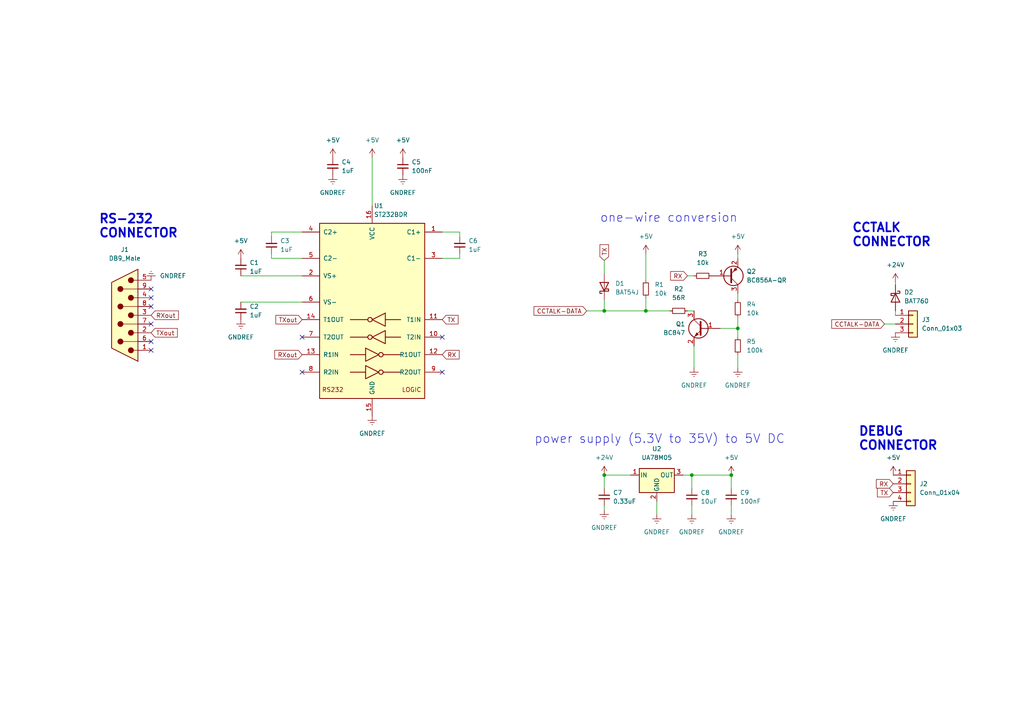
<source format=kicad_sch>
(kicad_sch (version 20211123) (generator eeschema)
  (paper "A4")
  (title_block (title "RS232-to-CCtalk-converter") (date "2025-02-01") (rev "v0.1"))
  (lib_symbols
    (symbol "Connector:DB9_Male" (pin_names (offset 1.016) hide)
      (property "Reference" "J" (at 0 13.97 0))
      (property "Value" "DB9_Male" (at 0 -14.605 0))
      (symbol "DB9_Male_0_1"
        (circle (center -1.778 -10.16) (radius 0.762) (fill (type outline)))
        (circle (center -1.778 -5.08) (radius 0.762) (fill (type outline)))
        (circle (center -1.778 0) (radius 0.762) (fill (type outline)))
        (circle (center -1.778 5.08) (radius 0.762) (fill (type outline)))
        (circle (center -1.778 10.16) (radius 0.762) (fill (type outline)))
        (polyline (pts (xy -3.81 -10.16) (xy -2.54 -10.16)))
        (polyline (pts (xy -3.81 -7.62) (xy 0.508 -7.62)))
        (polyline (pts (xy -3.81 -5.08) (xy -2.54 -5.08)))
        (polyline (pts (xy -3.81 -2.54) (xy 0.508 -2.54)))
        (polyline (pts (xy -3.81 0) (xy -2.54 0)))
        (polyline (pts (xy -3.81 2.54) (xy 0.508 2.54)))
        (polyline (pts (xy -3.81 5.08) (xy -2.54 5.08)))
        (polyline (pts (xy -3.81 7.62) (xy 0.508 7.62)))
        (polyline (pts (xy -3.81 10.16) (xy -2.54 10.16)))
        (polyline (pts (xy -3.81 -13.335) (xy -3.81 13.335) (xy 3.81 9.525) (xy 3.81 -9.525) (xy -3.81 -13.335)) (stroke (width 0.254)) (fill (type background)))
        (circle (center 1.27 -7.62) (radius 0.762) (fill (type outline)))
        (circle (center 1.27 -2.54) (radius 0.762) (fill (type outline)))
        (circle (center 1.27 2.54) (radius 0.762) (fill (type outline)))
        (circle (center 1.27 7.62) (radius 0.762) (fill (type outline)))
      )
      (symbol "DB9_Male_1_1"
        (pin passive line (at -7.62 -10.16 0) (length 3.81) (name "1") (number "1"))
        (pin passive line (at -7.62 -5.08 0) (length 3.81) (name "2") (number "2"))
        (pin passive line (at -7.62 0 0) (length 3.81) (name "3") (number "3"))
        (pin passive line (at -7.62 5.08 0) (length 3.81) (name "4") (number "4"))
        (pin passive line (at -7.62 10.16 0) (length 3.81) (name "5") (number "5"))
        (pin passive line (at -7.62 -7.62 0) (length 3.81) (name "6") (number "6"))
        (pin passive line (at -7.62 -2.54 0) (length 3.81) (name "7") (number "7"))
        (pin passive line (at -7.62 2.54 0) (length 3.81) (name "8") (number "8"))
        (pin passive line (at -7.62 7.62 0) (length 3.81) (name "9") (number "9"))
      )
    )
    (symbol "Connector_Generic:Conn_01x03" (pin_names (offset 1.016) hide)
      (property "Reference" "J" (at 0 5.08 0))
      (property "Value" "Conn_01x03" (at 0 -5.08 0))
      (symbol "Conn_01x03_1_1"
        (rectangle (start -1.27 -2.413) (end 0 -2.667) (stroke (width 0.1524)))
        (rectangle (start -1.27 0.127) (end 0 -0.127) (stroke (width 0.1524)))
        (rectangle (start -1.27 2.667) (end 0 2.413) (stroke (width 0.1524)))
        (rectangle (start -1.27 3.81) (end 1.27 -3.81) (stroke (width 0.254)) (fill (type background)))
        (pin passive line (at -5.08 2.54 0) (length 3.81) (name "Pin_1") (number "1"))
        (pin passive line (at -5.08 0 0) (length 3.81) (name "Pin_2") (number "2"))
        (pin passive line (at -5.08 -2.54 0) (length 3.81) (name "Pin_3") (number "3"))
      )
    )
    (symbol "Connector_Generic:Conn_01x04" (pin_names (offset 1.016) hide)
      (property "Reference" "J" (at 0 5.08 0))
      (property "Value" "Conn_01x04" (at 0 -7.62 0))
      (symbol "Conn_01x04_1_1"
        (rectangle (start -1.27 -4.953) (end 0 -5.207) (stroke (width 0.1524)))
        (rectangle (start -1.27 -2.413) (end 0 -2.667) (stroke (width 0.1524)))
        (rectangle (start -1.27 0.127) (end 0 -0.127) (stroke (width 0.1524)))
        (rectangle (start -1.27 2.667) (end 0 2.413) (stroke (width 0.1524)))
        (rectangle (start -1.27 3.81) (end 1.27 -6.35) (stroke (width 0.254)) (fill (type background)))
        (pin passive line (at -5.08 2.54 0) (length 3.81) (name "Pin_1") (number "1"))
        (pin passive line (at -5.08 0 0) (length 3.81) (name "Pin_2") (number "2"))
        (pin passive line (at -5.08 -2.54 0) (length 3.81) (name "Pin_3") (number "3"))
        (pin passive line (at -5.08 -5.08 0) (length 3.81) (name "Pin_4") (number "4"))
      )
    )
    (symbol "Device:C_Small" (pin_numbers hide) (pin_names (offset 0.254) hide)
      (property "Reference" "C" (at 0.254 1.778 0))
      (property "Value" "C_Small" (at 0.254 -2.032 0))
      (symbol "C_Small_0_1"
        (polyline (pts (xy -1.524 -0.508) (xy 1.524 -0.508)) (stroke (width 0.3302)))
        (polyline (pts (xy -1.524 0.508) (xy 1.524 0.508)) (stroke (width 0.3048)))
      )
      (symbol "C_Small_1_1"
        (pin passive line (at 0 2.54 270) (length 2.032) (name "~") (number "1"))
        (pin passive line (at 0 -2.54 90) (length 2.032) (name "~") (number "2"))
      )
    )
    (symbol "Device:R_Small" (pin_numbers hide) (pin_names (offset 0.254) hide)
      (property "Reference" "R" (at 0.762 0.508 0))
      (property "Value" "R_Small" (at 0.762 -1.016 0))
      (symbol "R_Small_0_1"
        (rectangle (start -0.762 1.778) (end 0.762 -1.778) (stroke (width 0.2032)))
      )
      (symbol "R_Small_1_1"
        (pin passive line (at 0 2.54 270) (length 0.762) (name "~") (number "1"))
        (pin passive line (at 0 -2.54 90) (length 0.762) (name "~") (number "2"))
      )
    )
    (symbol "Diode:BAT54J" (pin_numbers hide) (pin_names hide)
      (property "Reference" "D" (at 0 2.54 0))
      (property "Value" "BAT54J" (at 0 -2.54 0))
      (symbol "BAT54J_0_1"
        (polyline (pts (xy 1.27 0) (xy -1.27 0)))
        (polyline (pts (xy 1.27 1.27) (xy 1.27 -1.27) (xy -1.27 0) (xy 1.27 1.27)) (stroke (width 0.254)))
        (polyline (pts (xy -1.905 0.635) (xy -1.905 1.27) (xy -1.27 1.27) (xy -1.27 -1.27) (xy -0.635 -1.27) (xy -0.635 -0.635)) (stroke (width 0.254)))
      )
      (symbol "BAT54J_1_1"
        (pin passive line (at -3.81 0 0) (length 2.54) (name "K") (number "1"))
        (pin passive line (at 3.81 0 180) (length 2.54) (name "A") (number "2"))
      )
    )
    (symbol "Interface_UART:MAX232I" (pin_names (offset 1.016))
      (property "Reference" "U" (at -2.54 28.575 0))
      (property "Value" "MAX232I" (at -2.54 26.67 0))
      (symbol "MAX232I_0_0"
        (text "LOGIC" (at -11.43 -22.86 0) (effects (font (size 1.27 1.27))))
        (text "RS232" (at 11.43 -22.86 0) (effects (font (size 1.27 1.27))))
      )
      (symbol "MAX232I_0_1"
        (rectangle (start -15.24 -25.4) (end 15.24 25.4) (stroke (width 0.254)) (fill (type background)))
        (circle (center -2.54 -17.78) (radius 0.635) (stroke (width 0.254)))
        (circle (center -2.54 -12.7) (radius 0.635) (stroke (width 0.254)))
        (polyline (pts (xy -3.81 -7.62) (xy -8.255 -7.62)) (stroke (width 0.254)))
        (polyline (pts (xy -3.81 -2.54) (xy -8.255 -2.54)) (stroke (width 0.254)))
        (polyline (pts (xy -3.175 -17.78) (xy -8.255 -17.78)) (stroke (width 0.254)))
        (polyline (pts (xy -3.175 -12.7) (xy -8.255 -12.7)) (stroke (width 0.254)))
        (polyline (pts (xy 1.27 -7.62) (xy 6.35 -7.62)) (stroke (width 0.254)))
        (polyline (pts (xy 1.27 -2.54) (xy 6.35 -2.54)) (stroke (width 0.254)))
        (polyline (pts (xy 1.905 -17.78) (xy 6.35 -17.78)) (stroke (width 0.254)))
        (polyline (pts (xy 1.905 -12.7) (xy 6.35 -12.7)) (stroke (width 0.254)))
        (polyline (pts (xy -3.81 -5.715) (xy -3.81 -9.525) (xy 0 -7.62) (xy -3.81 -5.715)) (stroke (width 0.254)))
        (polyline (pts (xy -3.81 -0.635) (xy -3.81 -4.445) (xy 0 -2.54) (xy -3.81 -0.635)) (stroke (width 0.254)))
        (polyline (pts (xy 1.905 -15.875) (xy 1.905 -19.685) (xy -1.905 -17.78) (xy 1.905 -15.875)) (stroke (width 0.254)))
        (polyline (pts (xy 1.905 -10.795) (xy 1.905 -14.605) (xy -1.905 -12.7) (xy 1.905 -10.795)) (stroke (width 0.254)))
        (circle (center 0.635 -7.62) (radius 0.635) (stroke (width 0.254)))
        (circle (center 0.635 -2.54) (radius 0.635) (stroke (width 0.254)))
      )
      (symbol "MAX232I_1_1"
        (pin passive line (at -20.32 22.86 0) (length 5.08) (name "C1+") (number "1"))
        (pin input line (at -20.32 -7.62 0) (length 5.08) (name "T2IN") (number "10"))
        (pin input line (at -20.32 -2.54 0) (length 5.08) (name "T1IN") (number "11"))
        (pin output line (at -20.32 -12.7 0) (length 5.08) (name "R1OUT") (number "12"))
        (pin input line (at 20.32 -12.7 180) (length 5.08) (name "R1IN") (number "13"))
        (pin output line (at 20.32 -2.54 180) (length 5.08) (name "T1OUT") (number "14"))
        (pin power_in line (at 0 -30.48 90) (length 5.08) (name "GND") (number "15"))
        (pin power_in line (at 0 30.48 270) (length 5.08) (name "VCC") (number "16"))
        (pin power_out line (at 20.32 10.16 180) (length 5.08) (name "VS+") (number "2"))
        (pin passive line (at -20.32 15.24 0) (length 5.08) (name "C1-") (number "3"))
        (pin passive line (at 20.32 22.86 180) (length 5.08) (name "C2+") (number "4"))
        (pin passive line (at 20.32 15.24 180) (length 5.08) (name "C2-") (number "5"))
        (pin power_out line (at 20.32 2.54 180) (length 5.08) (name "VS-") (number "6"))
        (pin output line (at 20.32 -7.62 180) (length 5.08) (name "T2OUT") (number "7"))
        (pin input line (at 20.32 -17.78 180) (length 5.08) (name "R2IN") (number "8"))
        (pin output line (at -20.32 -17.78 0) (length 5.08) (name "R2OUT") (number "9"))
      )
    )
    (symbol "Regulator_Linear:L7805" (pin_names (offset 0.254))
      (property "Reference" "U" (at -3.81 3.175 0))
      (property "Value" "L7805" (at 0 3.175 0))
      (symbol "L7805_0_1"
        (rectangle (start -5.08 1.905) (end 5.08 -5.08) (stroke (width 0.254)) (fill (type background)))
      )
      (symbol "L7805_1_1"
        (pin power_in line (at -7.62 0 0) (length 2.54) (name "IN") (number "1"))
        (pin power_in line (at 0 -7.62 90) (length 2.54) (name "GND") (number "2"))
        (pin power_out line (at 7.62 0 180) (length 2.54) (name "OUT") (number "3"))
      )
    )
    (symbol "Transistor_BJT:BC847" (pin_names (offset 0) hide)
      (property "Reference" "Q" (at 5.08 1.905 0))
      (property "Value" "BC847" (at 5.08 0 0))
      (symbol "BC847_0_1"
        (polyline (pts (xy 0.635 0.635) (xy 2.54 2.54)))
        (polyline (pts (xy 0.635 -0.635) (xy 2.54 -2.54) (xy 2.54 -2.54)))
        (polyline (pts (xy 0.635 1.905) (xy 0.635 -1.905) (xy 0.635 -1.905)) (stroke (width 0.508)))
        (polyline (pts (xy 1.27 -1.778) (xy 1.778 -1.27) (xy 2.286 -2.286) (xy 1.27 -1.778) (xy 1.27 -1.778)) (fill (type outline)))
        (circle (center 1.27 0) (radius 2.8194) (stroke (width 0.254)))
      )
      (symbol "BC847_1_1"
        (pin input line (at -5.08 0 0) (length 5.715) (name "B") (number "1"))
        (pin passive line (at 2.54 -5.08 90) (length 2.54) (name "E") (number "2"))
        (pin passive line (at 2.54 5.08 270) (length 2.54) (name "C") (number "3"))
      )
    )
    (symbol "Transistor_BJT:BC856" (pin_names (offset 0) hide)
      (property "Reference" "Q" (at 5.08 1.905 0))
      (property "Value" "BC856" (at 5.08 0 0))
      (symbol "BC856_0_1"
        (polyline (pts (xy 0.635 0.635) (xy 2.54 2.54)))
        (polyline (pts (xy 0.635 -0.635) (xy 2.54 -2.54) (xy 2.54 -2.54)))
        (polyline (pts (xy 0.635 1.905) (xy 0.635 -1.905) (xy 0.635 -1.905)) (stroke (width 0.508)))
        (polyline (pts (xy 2.286 -1.778) (xy 1.778 -2.286) (xy 1.27 -1.27) (xy 2.286 -1.778) (xy 2.286 -1.778)) (fill (type outline)))
        (circle (center 1.27 0) (radius 2.8194) (stroke (width 0.254)))
      )
      (symbol "BC856_1_1"
        (pin input line (at -5.08 0 0) (length 5.715) (name "B") (number "1"))
        (pin passive line (at 2.54 -5.08 90) (length 2.54) (name "E") (number "2"))
        (pin passive line (at 2.54 5.08 270) (length 2.54) (name "C") (number "3"))
      )
    )
    (symbol "power:+24V" (power) (pin_names (offset 0))
      (property "Value" "+24V" (at 0 3.556 0))
      (symbol "+24V_0_1"
        (polyline (pts (xy -0.762 1.27) (xy 0 2.54)))
        (polyline (pts (xy 0 0) (xy 0 2.54)))
        (polyline (pts (xy 0 2.54) (xy 0.762 1.27)))
      )
      (symbol "+24V_1_1"
        (pin power_in line (at 0 0 90) (length 0) hide (name "+24V") (number "1"))
      )
    )
    (symbol "power:+5V" (power) (pin_names (offset 0))
      (property "Value" "+5V" (at 0 3.556 0))
      (symbol "+5V_0_1"
        (polyline (pts (xy -0.762 1.27) (xy 0 2.54)))
        (polyline (pts (xy 0 0) (xy 0 2.54)))
        (polyline (pts (xy 0 2.54) (xy 0.762 1.27)))
      )
      (symbol "+5V_1_1"
        (pin power_in line (at 0 0 90) (length 0) hide (name "+5V") (number "1"))
      )
    )
    (symbol "power:GNDREF" (power) (pin_names (offset 0))
      (property "Value" "GNDREF" (at 0 -3.81 0))
      (symbol "GNDREF_0_1"
        (polyline (pts (xy -0.635 -1.905) (xy 0.635 -1.905)))
        (polyline (pts (xy -0.127 -2.54) (xy 0.127 -2.54)))
        (polyline (pts (xy 0 -1.27) (xy 0 0)))
        (polyline (pts (xy 1.27 -1.27) (xy -1.27 -1.27)))
      )
      (symbol "GNDREF_1_1"
        (pin power_in line (at 0 0 270) (length 0) hide (name "GNDREF") (number "1"))
      )
    )
  )
  (junction (at 187.325 90.17))
  (junction (at 200.66 137.795))
  (junction (at 175.26 137.795))
  (junction (at 213.995 95.25))
  (junction (at 212.09 137.795))
  (junction (at 175.26 90.17))
  (no_connect (at 87.63 107.95))
  (no_connect (at 128.27 97.79))
  (no_connect (at 128.27 107.95))
  (no_connect (at 87.63 97.79))
  (no_connect (at 43.815 93.98))
  (no_connect (at 43.815 99.06))
  (no_connect (at 43.815 88.9))
  (no_connect (at 43.815 101.6))
  (no_connect (at 43.815 86.36))
  (no_connect (at 43.815 83.82))
  (wire (pts (xy 175.26 86.995) (xy 175.26 90.17)))
  (wire (pts (xy 175.26 90.17) (xy 187.325 90.17)))
  (wire (pts (xy 87.63 67.31) (xy 78.74 67.31)))
  (wire (pts (xy 213.995 86.995) (xy 213.995 85.09)))
  (wire (pts (xy 78.74 73.66) (xy 78.74 74.93)))
  (wire (pts (xy 128.27 74.93) (xy 133.35 74.93)))
  (wire (pts (xy 198.12 137.795) (xy 200.66 137.795)))
  (wire (pts (xy 107.95 45.72) (xy 107.95 59.69)))
  (wire (pts (xy 213.995 73.66) (xy 213.995 74.93)))
  (wire (pts (xy 199.39 80.01) (xy 201.295 80.01)))
  (wire (pts (xy 259.715 90.17) (xy 259.715 91.44)))
  (wire (pts (xy 259.715 81.915) (xy 259.715 82.55)))
  (wire (pts (xy 187.325 73.66) (xy 187.325 81.28)))
  (wire (pts (xy 78.74 67.31) (xy 78.74 68.58)))
  (wire (pts (xy 190.5 145.415) (xy 190.5 149.225)))
  (wire (pts (xy 200.66 137.795) (xy 212.09 137.795)))
  (wire (pts (xy 175.26 146.685) (xy 175.26 147.955)))
  (wire (pts (xy 187.325 90.17) (xy 194.31 90.17)))
  (wire (pts (xy 201.295 100.33) (xy 201.295 106.68)))
  (wire (pts (xy 200.66 146.685) (xy 200.66 149.225)))
  (wire (pts (xy 213.995 92.075) (xy 213.995 95.25)))
  (wire (pts (xy 133.35 67.31) (xy 133.35 68.58)))
  (wire (pts (xy 133.35 74.93) (xy 133.35 73.66)))
  (wire (pts (xy 128.27 67.31) (xy 133.35 67.31)))
  (wire (pts (xy 213.995 102.87) (xy 213.995 106.68)))
  (wire (pts (xy 175.26 137.795) (xy 182.88 137.795)))
  (wire (pts (xy 256.54 93.98) (xy 259.715 93.98)))
  (wire (pts (xy 199.39 90.17) (xy 201.295 90.17)))
  (wire (pts (xy 212.09 141.605) (xy 212.09 137.795)))
  (wire (pts (xy 78.74 74.93) (xy 87.63 74.93)))
  (wire (pts (xy 175.26 75.565) (xy 175.26 79.375)))
  (wire (pts (xy 208.915 95.25) (xy 213.995 95.25)))
  (wire (pts (xy 69.85 87.63) (xy 87.63 87.63)))
  (wire (pts (xy 175.26 141.605) (xy 175.26 137.795)))
  (wire (pts (xy 213.995 95.25) (xy 213.995 97.79)))
  (wire (pts (xy 200.66 141.605) (xy 200.66 137.795)))
  (wire (pts (xy 187.325 86.36) (xy 187.325 90.17)))
  (wire (pts (xy 69.85 80.01) (xy 87.63 80.01)))
  (wire (pts (xy 212.09 146.685) (xy 212.09 149.225)))
  (wire (pts (xy 170.18 90.17) (xy 175.26 90.17)))
  (text "power supply (5.3V to 35V) to 5V DC" (at 154.94 128.905 0) (effects (font (size 2.54 2.54)) (justify left bottom)))
  (text "CCTALK\nCONNECTOR" (at 247.015 71.755 0) (effects (font (size 2.54 2.54) (thickness 0.508) bold) (justify left bottom)))
  (text "one-wire conversion" (at 173.99 64.77 0) (effects (font (size 2.54 2.54)) (justify left bottom)))
  (text "RS-232\nCONNECTOR" (at 28.575 69.215 0) (effects (font (size 2.54 2.54) (thickness 0.508) bold) (justify left bottom)))
  (text "DEBUG\nCONNECTOR" (at 248.92 130.81 0) (effects (font (size 2.54 2.54) (thickness 0.508) bold) (justify left bottom)))
  (global_label "TX" (shape input) (at 259.08 142.875 180) (property "Intersheet References" "${INTERSHEET_REFS}" (effects hide)))
  (global_label "CCTALK-DATA" (shape input) (at 170.18 90.17 180) (property "Intersheet References" "${INTERSHEET_REFS}" (effects hide)))
  (global_label "RXout" (shape input) (at 43.815 91.44 0) (property "Intersheet References" "${INTERSHEET_REFS}" (effects hide)))
  (global_label "RX" (shape input) (at 259.08 140.335 180) (property "Intersheet References" "${INTERSHEET_REFS}" (effects hide)))
  (global_label "TXout" (shape input) (at 43.815 96.52 0) (property "Intersheet References" "${INTERSHEET_REFS}" (effects hide)))
  (global_label "CCTALK-DATA" (shape input) (at 256.54 93.98 180) (property "Intersheet References" "${INTERSHEET_REFS}" (effects hide)))
  (global_label "RX" (shape input) (at 199.39 80.01 180) (property "Intersheet References" "${INTERSHEET_REFS}" (effects hide)))
  (global_label "TXout" (shape input) (at 87.63 92.71 180) (property "Intersheet References" "${INTERSHEET_REFS}" (effects hide)))
  (global_label "TX" (shape input) (at 175.26 75.565 90) (property "Intersheet References" "${INTERSHEET_REFS}" (effects hide)))
  (global_label "RXout" (shape input) (at 87.63 102.87 180) (property "Intersheet References" "${INTERSHEET_REFS}" (effects hide)))
  (global_label "TX" (shape input) (at 128.27 92.71 0) (property "Intersheet References" "${INTERSHEET_REFS}" (effects hide)))
  (global_label "RX" (shape input) (at 128.27 102.87 0) (property "Intersheet References" "${INTERSHEET_REFS}" (effects hide)))
  (symbol (lib_id "Connector_Generic:Conn_01x04") (at 264.16 140.335 0) (unit 1)
    (property "Reference" "J2" (at 266.7 140.3349 0) (effects (justify left)))
    (property "Value" "Conn_01x04" (at 266.7 142.8749 0) (effects (justify left)))
    (property "Footprint" "Connector:FanPinHeader_1x04_P2.54mm_Vertical" (effects hide))
  )
  (symbol (lib_id "power:+24V") (at 259.715 81.915 0) (unit 1)
    (property "Reference" "#PWR0122" (effects hide))
    (property "Value" "+24V" (at 259.715 76.835 0))
  )
  (symbol (lib_id "Device:R_Small") (at 203.835 80.01 90) (unit 1)
    (property "Reference" "R3" (at 203.835 73.66 90))
    (property "Value" "10k" (at 203.835 76.2 90))
    (property "Footprint" "Resistor_SMD:R_0603_1608Metric" (effects hide))
    (property "Datasheet" "https://eu.mouser.com/datasheet/2/447/PYu_RT_1_to_0_01_RoHS_L_15-3461507.pdf" (effects hide))
    (property "MPN" "RT0603FRE1310KL" (effects hide))
  )
  (symbol (lib_id "power:GNDREF") (at 175.26 147.955 0) (unit 1)
    (property "Reference" "#PWR0112" (effects hide))
    (property "Value" "GNDREF" (at 175.26 153.035 0))
  )
  (symbol (lib_id "power:+5V") (at 259.08 137.795 0) (unit 1)
    (property "Reference" "#PWR0115" (effects hide))
    (property "Value" "+5V" (at 259.08 132.715 0))
  )
  (symbol (lib_id "power:GNDREF") (at 107.95 120.65 0) (unit 1)
    (property "Reference" "#PWR0105" (effects hide))
    (property "Value" "GNDREF" (at 107.95 125.73 0))
  )
  (symbol (lib_id "Connector:DB9_Male") (at 36.195 91.44 0) (mirror y) (unit 1)
    (property "Reference" "J1" (at 36.195 72.39 0))
    (property "Value" "DB9_Male" (at 36.195 74.93 0))
    (property "Footprint" "Connector_Dsub:DSUB-9_Male_EdgeMount_P2.77mm" (effects hide))
    (property "Datasheet" " ~" (effects hide))
  )
  (symbol (lib_id "Device:C_Small") (at 69.85 77.47 180) (unit 1)
    (property "Reference" "C1" (at 72.39 76.1935 0) (effects (justify right)))
    (property "Value" "1uF" (at 72.39 78.7335 0) (effects (justify right)))
    (property "Footprint" "Capacitor_SMD:C_0201_0603Metric" (effects hide))
    (property "Datasheet" "https://eu.mouser.com/datasheet/2/40/KGM_X7R-3223212.pdf" (effects hide))
    (property "MPN" "06036C105MAT2A" (effects hide))
  )
  (symbol (lib_id "power:GNDREF") (at 116.84 50.8 0) (unit 1)
    (property "Reference" "#PWR0108" (effects hide))
    (property "Value" "GNDREF" (at 116.84 55.88 0))
  )
  (symbol (lib_id "power:+5V") (at 213.995 73.66 0) (unit 1)
    (property "Reference" "#PWR0118" (effects hide))
    (property "Value" "+5V" (at 213.995 68.58 0))
  )
  (symbol (lib_id "Device:C_Small") (at 200.66 144.145 0) (unit 1)
    (property "Reference" "C8" (at 203.2 142.8812 0) (effects (justify left)))
    (property "Value" "10uF" (at 203.2 145.4212 0) (effects (justify left)))
    (property "Footprint" "Capacitor_SMD:C_0201_0603Metric" (effects hide))
    (property "Datasheet" "https://eu.mouser.com/datasheet/2/447/KEM_C1006_X5R_SMD-3316465.pdf" (effects hide))
    (property "MPN" "C0603C106M9PAC7411" (effects hide))
  )
  (symbol (lib_id "power:GNDREF") (at 43.815 81.28 180) (unit 1)
    (property "Reference" "#PWR0104" (effects hide))
    (property "Value" "GNDREF" (at 46.355 80.0099 0) (effects (justify right)))
  )
  (symbol (lib_id "power:GNDREF") (at 69.85 92.71 0) (unit 1)
    (property "Reference" "#PWR0101" (effects hide))
    (property "Value" "GNDREF" (at 69.85 97.79 0))
  )
  (symbol (lib_id "power:+5V") (at 187.325 73.66 0) (unit 1)
    (property "Reference" "#PWR0123" (effects hide))
    (property "Value" "+5V" (at 187.325 68.58 0))
  )
  (symbol (lib_id "Device:C_Small") (at 96.52 48.26 0) (unit 1)
    (property "Reference" "C4" (at 99.06 46.9962 0) (effects (justify left)))
    (property "Value" "1uF" (at 99.06 49.5362 0) (effects (justify left)))
    (property "Footprint" "Capacitor_SMD:C_0201_0603Metric" (effects hide))
    (property "Datasheet" "https://eu.mouser.com/datasheet/2/40/KGM_X7R-3223212.pdf" (effects hide))
    (property "MPN" "06036C105MAT2A" (effects hide))
  )
  (symbol (lib_id "Device:R_Small") (at 196.85 90.17 270) (unit 1)
    (property "Reference" "R2" (at 196.85 83.82 90))
    (property "Value" "56R" (at 196.85 86.36 90))
    (property "Footprint" "Resistor_SMD:R_0603_1608Metric" (effects hide))
    (property "Datasheet" "https://eu.mouser.com/datasheet/2/447/PYu_RT_1_to_0_01_RoHS_L_15-3461507.pdf" (effects hide))
    (property "MPN" "RT0603FRE0756RL" (effects hide))
  )
  (symbol (lib_id "Regulator_Linear:L7805") (at 190.5 137.795 0) (unit 1)
    (property "Reference" "U2" (at 190.5 130.175 0))
    (property "Value" "UA78M05" (at 190.5 132.715 0))
    (property "Footprint" "Package_TO_SOT_SMD:TO-252-3_TabPin2" (effects hide))
    (property "Datasheet" "https://www.ti.com/lit/ds/symlink/ua78m.pdf?ts=1738532170293&ref_url=https%253A%252F%252Feu.mouser.com%252F" (effects hide))
    (property "MPN" "UA78M05IDCYR" (effects hide))
  )
  (symbol (lib_id "Diode:BAT54J") (at 175.26 83.185 90) (unit 1)
    (property "Reference" "D1" (at 178.435 82.2324 90) (effects (justify right)))
    (property "Value" "BAT54J" (at 178.435 84.7724 90) (effects (justify right)))
    (property "Footprint" "Diode_SMD:D_SOD-323F" (effects hide))
    (property "Datasheet" "https://www.onsemi.com/PowerSolutions/product.do?id=BAT54HT1G" (effects hide))
    (property "MPN" "BAT54HT1G" (effects hide))
  )
  (symbol (lib_id "power:GNDREF") (at 259.08 145.415 0) (unit 1)
    (property "Reference" "#PWR0116" (effects hide))
    (property "Value" "GNDREF" (at 259.08 150.495 0))
  )
  (symbol (lib_id "Device:R_Small") (at 213.995 100.33 0) (unit 1)
    (property "Reference" "R5" (at 216.535 99.0599 0) (effects (justify left)))
    (property "Value" "100k" (at 216.535 101.5999 0) (effects (justify left)))
    (property "Footprint" "Resistor_SMD:R_0603_1608Metric" (effects hide))
    (property "Datasheet" "https://eu.mouser.com/datasheet/2/447/PYu_RT_1_to_0_01_RoHS_L_15-3461507.pdf" (effects hide))
    (property "MPN" "RT0402FRE07100KL" (effects hide))
  )
  (symbol (lib_id "Device:C_Small") (at 116.84 48.26 0) (unit 1)
    (property "Reference" "C5" (at 119.38 46.9962 0) (effects (justify left)))
    (property "Value" "100nF" (at 119.38 49.5362 0) (effects (justify left)))
    (property "Footprint" "Capacitor_SMD:C_0201_0603Metric" (effects hide))
    (property "Datasheet" "https://eu.mouser.com/datasheet/2/447/KEM_C1002_X7R_SMD-3316098.pdf" (effects hide))
    (property "MPN" "C0603C104M4RAC7411" (effects hide))
  )
  (symbol (lib_id "power:GNDREF") (at 190.5 149.225 0) (unit 1)
    (property "Reference" "#PWR0114" (effects hide))
    (property "Value" "GNDREF" (at 190.5 154.305 0))
  )
  (symbol (lib_id "power:GNDREF") (at 200.66 149.225 0) (unit 1)
    (property "Reference" "#PWR0113" (effects hide))
    (property "Value" "GNDREF" (at 200.66 154.305 0))
  )
  (symbol (lib_id "Diode:BAT54J") (at 259.715 86.36 270) (unit 1)
    (property "Reference" "D2" (at 262.255 84.7724 90) (effects (justify left)))
    (property "Value" "BAT760" (at 262.255 87.3124 90) (effects (justify left)))
    (property "Footprint" "Diode_SMD:D_SOD-323F" (effects hide))
    (property "Datasheet" "https://assets.nexperia.com/documents/data-sheet/BAT760.pdf" (effects hide))
    (property "MPN" "BAT760,115" (effects hide))
  )
  (symbol (lib_id "power:+5V") (at 69.85 74.93 0) (unit 1)
    (property "Reference" "#PWR0103" (effects hide))
    (property "Value" "+5V" (at 69.85 69.85 0))
  )
  (symbol (lib_id "Interface_UART:MAX232I") (at 107.95 90.17 0) (mirror y) (unit 1)
    (property "Reference" "U1" (at 108.4706 59.69 0) (effects (justify right)))
    (property "Value" "ST232BDR" (at 108.4706 62.23 0) (effects (justify right)))
    (property "Footprint" "Package_SO:SOIC-16_4.55x10.3mm_P1.27mm" (effects hide))
    (property "Datasheet" "https://eu.mouser.com/datasheet/2/389/st232b-1850209.pdf" (effects hide))
    (property "MPN" "ST232BDR" (effects hide))
  )
  (symbol (lib_id "Device:C_Small") (at 69.85 90.17 180) (unit 1)
    (property "Reference" "C2" (at 72.39 88.8935 0) (effects (justify right)))
    (property "Value" "1uF" (at 72.39 91.4335 0) (effects (justify right)))
    (property "Footprint" "Capacitor_SMD:C_0201_0603Metric" (effects hide))
    (property "Datasheet" "https://eu.mouser.com/datasheet/2/40/KGM_X7R-3223212.pdf" (effects hide))
    (property "MPN" "06036C105MAT2A" (effects hide))
  )
  (symbol (lib_id "Device:C_Small") (at 212.09 144.145 0) (unit 1)
    (property "Reference" "C9" (at 214.63 142.8812 0) (effects (justify left)))
    (property "Value" "100nF" (at 214.63 145.4212 0) (effects (justify left)))
    (property "Footprint" "Capacitor_SMD:C_0201_0603Metric" (effects hide))
    (property "Datasheet" "https://eu.mouser.com/datasheet/2/447/KEM_C1002_X7R_SMD-3316098.pdf" (effects hide))
    (property "MPN" "C0603C104M4RAC7411" (effects hide))
  )
  (symbol (lib_id "Transistor_BJT:BC847") (at 203.835 95.25 0) (mirror y) (unit 1)
    (property "Reference" "Q1" (at 198.755 93.9799 0) (effects (justify left)))
    (property "Value" "BC847" (at 198.755 96.5199 0) (effects (justify left)))
    (property "Footprint" "Package_TO_SOT_SMD:SOT-23" (effects hide))
    (property "Datasheet" "https://www.onsemi.com/PowerSolutions/product.do?id=BC847CWT1G" (effects hide))
    (property "MPN" "BC847CWT1G" (effects hide))
  )
  (symbol (lib_id "power:+24V") (at 175.26 137.795 0) (unit 1)
    (property "Reference" "#PWR0117" (effects hide))
    (property "Value" "+24V" (at 175.26 132.715 0))
  )
  (symbol (lib_id "power:GNDREF") (at 96.52 50.8 0) (unit 1)
    (property "Reference" "#PWR0102" (effects hide))
    (property "Value" "GNDREF" (at 96.52 55.88 0))
  )
  (symbol (lib_id "power:GNDREF") (at 213.995 106.68 0) (unit 1)
    (property "Reference" "#PWR0119" (effects hide))
    (property "Value" "GNDREF" (at 213.995 111.76 0))
  )
  (symbol (lib_id "power:+5V") (at 96.52 45.72 0) (unit 1)
    (property "Reference" "#PWR0106" (effects hide))
    (property "Value" "+5V" (at 96.52 40.64 0))
  )
  (symbol (lib_id "power:+5V") (at 116.84 45.72 0) (unit 1)
    (property "Reference" "#PWR0109" (effects hide))
    (property "Value" "+5V" (at 116.84 40.64 0))
  )
  (symbol (lib_id "Device:R_Small") (at 187.325 83.82 180) (unit 1)
    (property "Reference" "R1" (at 189.865 82.5499 0) (effects (justify right)))
    (property "Value" "10k" (at 189.865 85.0899 0) (effects (justify right)))
    (property "Footprint" "Resistor_SMD:R_0603_1608Metric" (effects hide))
    (property "Datasheet" "https://eu.mouser.com/datasheet/2/447/PYu_RT_1_to_0_01_RoHS_L_15-3461507.pdf" (effects hide))
    (property "MPN" "RT0603FRE1310KL" (effects hide))
  )
  (symbol (lib_id "Connector_Generic:Conn_01x03") (at 264.795 93.98 0) (unit 1)
    (property "Reference" "J3" (at 267.335 92.7099 0) (effects (justify left)))
    (property "Value" "Conn_01x03" (at 267.335 95.2499 0) (effects (justify left)))
    (property "Footprint" "Connector:FanPinHeader_1x03_P2.54mm_Vertical" (effects hide))
  )
  (symbol (lib_id "power:GNDREF") (at 212.09 149.225 0) (unit 1)
    (property "Reference" "#PWR0110" (effects hide))
    (property "Value" "GNDREF" (at 212.09 154.305 0))
  )
  (symbol (lib_id "power:+5V") (at 212.09 137.795 0) (unit 1)
    (property "Reference" "#PWR0111" (effects hide))
    (property "Value" "+5V" (at 212.09 132.715 0))
  )
  (symbol (lib_id "Device:C_Small") (at 175.26 144.145 0) (unit 1)
    (property "Reference" "C7" (at 177.8 142.8812 0) (effects (justify left)))
    (property "Value" "0.33uF" (at 177.8 145.4212 0) (effects (justify left)))
    (property "Footprint" "Capacitor_SMD:C_0201_0603Metric" (effects hide))
    (property "Datasheet" "https://eu.mouser.com/datasheet/2/447/KEM_C1005_Y5V_SMD-3316374.pdf" (effects hide))
    (property "MPN" "C0603C334Z4VAC7411" (effects hide))
  )
  (symbol (lib_id "Device:C_Small") (at 133.35 71.12 180) (unit 1)
    (property "Reference" "C6" (at 135.89 69.8435 0) (effects (justify right)))
    (property "Value" "1uF" (at 135.89 72.3835 0) (effects (justify right)))
    (property "Footprint" "Capacitor_SMD:C_0201_0603Metric" (effects hide))
    (property "Datasheet" "https://eu.mouser.com/datasheet/2/40/KGM_X7R-3223212.pdf" (effects hide))
    (property "MPN" "06036C105MAT2A" (effects hide))
  )
  (symbol (lib_id "power:GNDREF") (at 259.715 96.52 0) (unit 1)
    (property "Reference" "#PWR0121" (effects hide))
    (property "Value" "GNDREF" (at 259.715 101.6 0))
  )
  (symbol (lib_id "power:GNDREF") (at 201.295 106.68 0) (unit 1)
    (property "Reference" "#PWR0120" (effects hide))
    (property "Value" "GNDREF" (at 201.295 111.76 0))
  )
  (symbol (lib_id "power:+5V") (at 107.95 45.72 0) (unit 1)
    (property "Reference" "#PWR0107" (effects hide))
    (property "Value" "+5V" (at 107.95 40.64 0))
  )
  (symbol (lib_id "Device:C_Small") (at 78.74 71.12 180) (unit 1)
    (property "Reference" "C3" (at 81.28 69.8435 0) (effects (justify right)))
    (property "Value" "1uF" (at 81.28 72.3835 0) (effects (justify right)))
    (property "Footprint" "Capacitor_SMD:C_0201_0603Metric" (effects hide))
    (property "Datasheet" "https://eu.mouser.com/datasheet/2/40/KGM_X7R-3223212.pdf" (effects hide))
    (property "MPN" "06036C105MAT2A" (effects hide))
  )
  (symbol (lib_id "Transistor_BJT:BC856") (at 211.455 80.01 0) (mirror x) (unit 1)
    (property "Reference" "Q2" (at 216.535 78.7399 0) (effects (justify left)))
    (property "Value" "BC856A-QR" (at 216.535 81.2799 0) (effects (justify left)))
    (property "Footprint" "Package_TO_SOT_SMD:SOT-23" (effects hide))
    (property "Datasheet" "https://assets.nexperia.com/documents/data-sheet/BC856-Q_BC857-Q_BC858-Q.pdf" (effects hide))
    (property "MPN" "BC856A-QR" (effects hide))
  )
  (symbol (lib_id "Device:R_Small") (at 213.995 89.535 180) (unit 1)
    (property "Reference" "R4" (at 216.535 88.2649 0) (effects (justify right)))
    (property "Value" "10k" (at 216.535 90.8049 0) (effects (justify right)))
    (property "Footprint" "Resistor_SMD:R_0603_1608Metric" (effects hide))
    (property "Datasheet" "https://eu.mouser.com/datasheet/2/447/PYu_RT_1_to_0_01_RoHS_L_15-3461507.pdf" (effects hide))
    (property "MPN" "RT0603FRE1310KL" (effects hide))
  )
)
</source>
